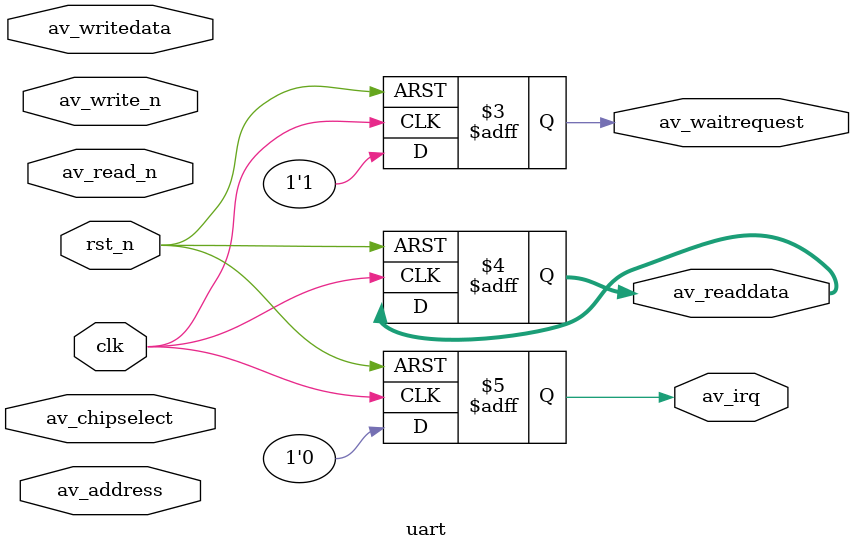
<source format=sv>

module uart (
  input  logic        clk,
  input  logic        rst_n,
  input  logic        av_address,
  input  logic        av_read_n,
  input  logic        av_write_n,
  output logic        av_waitrequest,
  input  logic        av_chipselect,
  input  logic [31:0] av_writedata,
  output logic [31:0] av_readdata,
  output logic        av_irq
);

  always_ff @(posedge clk or negedge rst_n) begin
    if (!rst_n) begin
      av_waitrequest <= 1'b0;
      av_readdata    <= 32'h0;
      av_irq         <= 1'b0;
    end else begin
      av_waitrequest <= 1'b1;
      av_irq         <= 1'b0;
    end
  end

`ifdef FORMAL
  always_ff @(posedge clk) begin
    begin
    end
  end
`endif

endmodule



</source>
